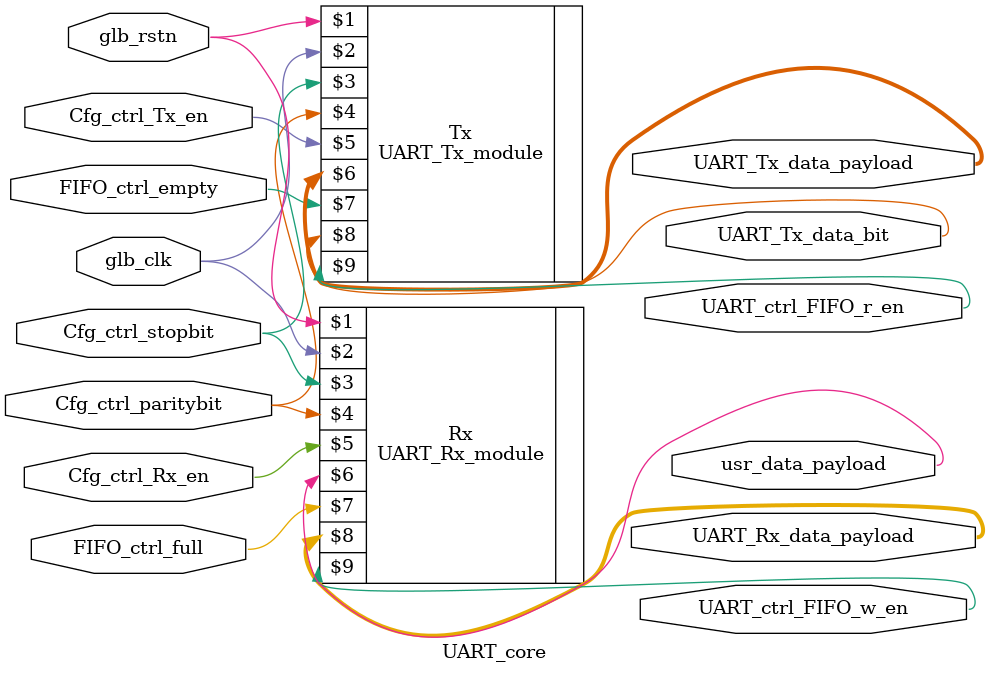
<source format=v>
`timescale 1ns / 1ps

module UART_core (
	 input glb_rstn
	,input glb_clk
	,input Cfg_ctrl_stopbit
	,input Cfg_ctrl_paritybit
	,input Cfg_ctrl_Rx_en
	,input Cfg_ctrl_Tx_en
	,input FIFO_ctrl_full
	,input FIFO_ctrl_empty
	,output [7:0]UART_Rx_data_payload
	,output UART_ctrl_FIFO_w_en
	,output [7:0]UART_Tx_data_payload
	,output UART_ctrl_FIFO_r_en
	,output usr_data_payload
	,output UART_Tx_data_bit
);
UART_Rx_module Rx(
	glb_rstn 
	,glb_clk 
	,Cfg_ctrl_stopbit 
	,Cfg_ctrl_paritybit 
	,Cfg_ctrl_Rx_en 
	,usr_data_payload 
	,FIFO_ctrl_full
	,UART_Rx_data_payload 
	,UART_ctrl_FIFO_w_en
);
UART_Tx_module Tx(
	glb_rstn
	,glb_clk
	,Cfg_ctrl_stopbit
	,Cfg_ctrl_paritybit
	,Cfg_ctrl_Tx_en
	,UART_Tx_data_payload
	,FIFO_ctrl_empty
	,UART_Tx_data_bit
	,UART_ctrl_FIFO_r_en
);
endmodule     	
</source>
